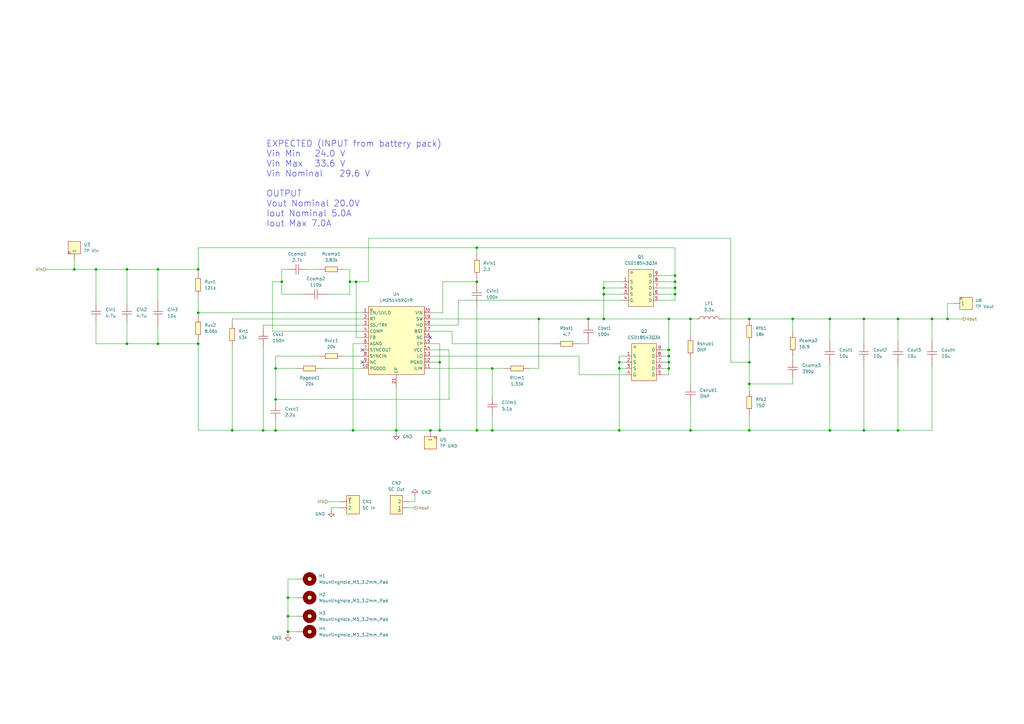
<source format=kicad_sch>
(kicad_sch (version 20250114) (generator "eeschema") (generator_version "9.0")
  (paper "A3")
  (lib_symbols
    (symbol "0603WAF2002T5E_1" (pin_numbers (hide yes)) (pin_names (hide yes))
      (property "Reference" "R" (at 0 5.08 0))
      (property "Value" "0603WAF2002T5E" (at 0 -5.08 0))
      (symbol "0603WAF2002T5E_1_0_1"
        (rectangle (start -2.54 1.02) (end 2.54 -1.02) (fill (type background)))
        (pin input line (at -5.08 0 0) (length 2.54) (name "1") (number "1"))
        (pin input line (at 5.08 0 180) (length 2.54) (name "2") (number "2"))
      )
    )
    (symbol "5011_1" (pin_numbers (hide yes))
      (property "Reference" "U" (at 0 5.08 0))
      (property "Value" "5011" (at 0 -5.08 0))
      (symbol "5011_1_0_1"
        (rectangle (start -2.54 2.54) (end 2.54 -2.54) (fill (type background)))
        (circle (center -2.03 2.03) (radius 0.38))
        (pin unspecified line (at -5.08 0 0) (length 2.54) (name "1") (number "1"))
      )
    )
    (symbol "5011_2" (pin_numbers (hide yes))
      (property "Reference" "U" (at 0 5.08 0))
      (property "Value" "5011" (at 0 -5.08 0))
      (symbol "5011_2_0_1"
        (rectangle (start -2.54 2.54) (end 2.54 -2.54) (fill (type background)))
        (circle (center -2.03 2.03) (radius 0.38))
        (pin unspecified line (at -5.08 0 0) (length 2.54) (name "1") (number "1"))
      )
    )
    (symbol "CC0603KRX7R9BB104_1" (pin_numbers (hide yes)) (pin_names (hide yes))
      (property "Reference" "C" (at 0 5.08 0))
      (property "Value" "CC0603KRX7R9BB104" (at 0 -5.08 0))
      (symbol "CC0603KRX7R9BB104_1_0_1"
        (polyline (pts (xy -0.51 0) (xy -2.54 0)))
        (polyline (pts (xy -0.51 -2.03) (xy -0.51 2.03)))
        (polyline (pts (xy 0.51 2.03) (xy 0.51 -2.03)))
        (polyline (pts (xy 2.54 0) (xy 0.51 0)))
        (pin unspecified line (at -5.08 0 0) (length 2.54) (name "1") (number "1"))
        (pin unspecified line (at 5.08 0 180) (length 2.54) (name "2") (number "2"))
      )
    )
    (symbol "DB128V-5.08-2P-GN-S_1" (pin_numbers (hide yes))
      (property "Reference" "CN" (at 0 6.35 0))
      (property "Value" "DB128V-5.08-2P-GN-S" (at 0 -6.35 0))
      (symbol "DB128V-5.08-2P-GN-S_1_0_1"
        (rectangle (start -2.54 3.81) (end 2.54 -3.81) (fill (type background)))
        (circle (center -1.27 2.54) (radius 0.38))
        (pin unspecified line (at -5.08 1.27 0) (length 2.54) (name "1") (number "1"))
        (pin unspecified line (at -5.08 -1.27 0) (length 2.54) (name "2") (number "2"))
      )
    )
    (symbol "GRM21BR61H106KE43L_1" (pin_numbers (hide yes)) (pin_names (hide yes))
      (property "Reference" "C" (at 0 5.08 0))
      (property "Value" "GRM21BR61H106KE43L" (at 0 -5.08 0))
      (symbol "GRM21BR61H106KE43L_1_0_1"
        (polyline (pts (xy -0.51 0) (xy -2.54 0)))
        (polyline (pts (xy -0.51 -2.03) (xy -0.51 2.03)))
        (polyline (pts (xy 0.51 2.03) (xy 0.51 -2.03)))
        (polyline (pts (xy 2.54 0) (xy 0.51 0)))
        (pin unspecified line (at -5.08 0 0) (length 2.54) (name "1") (number "1"))
        (pin unspecified line (at 5.08 0 180) (length 2.54) (name "2") (number "2"))
      )
    )
    (symbol "MountingHole_M3_3.2mm_Pad_1" (pin_numbers (hide yes))
      (property "Reference" "H" (at 0 7.62 0))
      (property "Value" "MountingHole_M3_3.2mm_Pad" (at 0 5.08 0))
      (symbol "MountingHole_M3_3.2mm_Pad_1_0_1"
        (circle (center 0 0) (radius 1.27) (fill (type background)))
        (circle (center 0 0) (radius 1.7961) (stroke (width 2)))
      )
      (symbol "MountingHole_M3_3.2mm_Pad_1_1_1"
        (pin passive line (at 0 -5.08 90) (length 2.54) (name "") (number "1"))
      )
    )
    (symbol "MountingHole_M3_3.2mm_Pad_2" (pin_numbers (hide yes))
      (property "Reference" "H" (at 0 7.62 0))
      (property "Value" "MountingHole_M3_3.2mm_Pad" (at 0 5.08 0))
      (symbol "MountingHole_M3_3.2mm_Pad_2_0_1"
        (circle (center 0 0) (radius 1.27) (fill (type background)))
        (circle (center 0 0) (radius 1.7961) (stroke (width 2)))
      )
      (symbol "MountingHole_M3_3.2mm_Pad_2_1_1"
        (pin passive line (at 0 -5.08 90) (length 2.54) (name "") (number "1"))
      )
    )
    (symbol "MountingHole_M3_3.2mm_Pad_3" (pin_numbers (hide yes))
      (property "Reference" "H" (at 0 7.62 0))
      (property "Value" "MountingHole_M3_3.2mm_Pad" (at 0 5.08 0))
      (symbol "MountingHole_M3_3.2mm_Pad_3_0_1"
        (circle (center 0 0) (radius 1.27) (fill (type background)))
        (circle (center 0 0) (radius 1.7961) (stroke (width 2)))
      )
      (symbol "MountingHole_M3_3.2mm_Pad_3_1_1"
        (pin passive line (at 0 -5.08 90) (length 2.54) (name "") (number "1"))
      )
    )
    (symbol "PCM_SL_Mechanical:MountingHole_M3_3.2mm_Pad" (pin_numbers (hide yes))
      (property "Reference" "H" (at 0 7.62 0))
      (property "Value" "MountingHole_M3_3.2mm_Pad" (at 0 5.08 0))
      (symbol "MountingHole_M3_3.2mm_Pad_0_1"
        (circle (center 0 0) (radius 1.27) (fill (type background)))
        (circle (center 0 0) (radius 1.7961) (stroke (width 2)))
      )
      (symbol "MountingHole_M3_3.2mm_Pad_1_1"
        (pin passive line (at 0 -5.08 90) (length 2.54) (name "") (number "1"))
      )
    )
    (symbol "easyeda2kicad:0402CG5R1C500NT" (pin_numbers (hide yes)) (pin_names (hide yes))
      (property "Reference" "C" (at 0 5.08 0))
      (property "Value" "0402CG5R1C500NT" (at 0 -5.08 0))
      (symbol "0402CG5R1C500NT_0_1"
        (polyline (pts (xy -1.27 0) (xy -0.51 0)))
        (polyline (pts (xy -0.51 2.03) (xy -0.51 -2.03)))
        (polyline (pts (xy 0.51 2.03) (xy 0.51 -2.03)))
        (polyline (pts (xy 0.51 0) (xy 1.27 0)))
        (pin input line (at -3.81 0 0) (length 2.54) (name "1") (number "1"))
        (pin input line (at 3.81 0 180) (length 2.54) (name "2") (number "2"))
      )
    )
    (symbol "easyeda2kicad:0402WGF1213TCE" (pin_numbers (hide yes)) (pin_names (hide yes))
      (property "Reference" "R" (at 0 5.08 0))
      (property "Value" "0402WGF1213TCE" (at 0 -5.08 0))
      (symbol "0402WGF1213TCE_0_1"
        (rectangle (start -2.54 1.02) (end 2.54 -1.02) (fill (type background)))
        (pin input line (at -5.08 0 0) (length 2.54) (name "1") (number "1"))
        (pin input line (at 5.08 0 180) (length 2.54) (name "2") (number "2"))
      )
    )
    (symbol "easyeda2kicad:0402WGF169JTCE" (pin_numbers (hide yes)) (pin_names (hide yes))
      (property "Reference" "R" (at 0 5.08 0))
      (property "Value" "0402WGF169JTCE" (at 0 -5.08 0))
      (symbol "0402WGF169JTCE_0_1"
        (rectangle (start -2.54 1.02) (end 2.54 -1.02) (fill (type background)))
        (pin input line (at -5.08 0 0) (length 2.54) (name "1") (number "1"))
        (pin input line (at 5.08 0 180) (length 2.54) (name "2") (number "2"))
      )
    )
    (symbol "easyeda2kicad:0402WGF3831TCE" (pin_numbers (hide yes)) (pin_names (hide yes))
      (property "Reference" "R" (at 0 5.08 0))
      (property "Value" "0402WGF3831TCE" (at 0 -5.08 0))
      (symbol "0402WGF3831TCE_0_1"
        (rectangle (start -2.54 1.02) (end 2.54 -1.02) (fill (type background)))
        (pin input line (at -5.08 0 0) (length 2.54) (name "1") (number "1"))
        (pin input line (at 5.08 0 180) (length 2.54) (name "2") (number "2"))
      )
    )
    (symbol "easyeda2kicad:0603B154K500NT" (pin_numbers (hide yes)) (pin_names (hide yes))
      (property "Reference" "C" (at 0 5.08 0))
      (property "Value" "0603B154K500NT" (at 0 -5.08 0))
      (symbol "0603B154K500NT_0_1"
        (polyline (pts (xy -1.27 0) (xy -0.51 0)))
        (polyline (pts (xy -0.51 2.03) (xy -0.51 -2.03)))
        (polyline (pts (xy 0.51 2.03) (xy 0.51 -2.03)))
        (polyline (pts (xy 0.51 0) (xy 1.27 0)))
        (pin input line (at -3.81 0 0) (length 2.54) (name "1") (number "1"))
        (pin input line (at 3.81 0 180) (length 2.54) (name "2") (number "2"))
      )
    )
    (symbol "easyeda2kicad:0603B272K500NT" (pin_numbers (hide yes)) (pin_names (hide yes))
      (property "Reference" "C" (at 0 5.08 0))
      (property "Value" "0603B272K500NT" (at 0 -5.08 0))
      (symbol "0603B272K500NT_0_1"
        (polyline (pts (xy -1.27 0) (xy -0.51 0)))
        (polyline (pts (xy -0.51 2.03) (xy -0.51 -2.03)))
        (polyline (pts (xy 0.51 2.03) (xy 0.51 -2.03)))
        (polyline (pts (xy 0.51 0) (xy 1.27 0)))
        (pin input line (at -3.81 0 0) (length 2.54) (name "1") (number "1"))
        (pin input line (at 3.81 0 180) (length 2.54) (name "2") (number "2"))
      )
    )
    (symbol "easyeda2kicad:0603B391K500NT" (pin_numbers (hide yes)) (pin_names (hide yes))
      (property "Reference" "C" (at 0 5.08 0))
      (property "Value" "0603B391K500NT" (at 0 -5.08 0))
      (symbol "0603B391K500NT_0_1"
        (polyline (pts (xy -1.27 0) (xy -0.51 0)))
        (polyline (pts (xy -0.51 2.03) (xy -0.51 -2.03)))
        (polyline (pts (xy 0.51 2.03) (xy 0.51 -2.03)))
        (polyline (pts (xy 0.51 0) (xy 1.27 0)))
        (pin input line (at -3.81 0 0) (length 2.54) (name "1") (number "1"))
        (pin input line (at 3.81 0 180) (length 2.54) (name "2") (number "2"))
      )
    )
    (symbol "easyeda2kicad:0603WAF1302T5E" (pin_numbers (hide yes)) (pin_names (hide yes))
      (property "Reference" "R" (at 0 5.08 0))
      (property "Value" "0603WAF1302T5E" (at 0 -5.08 0))
      (symbol "0603WAF1302T5E_0_1"
        (rectangle (start -2.54 1.02) (end 2.54 -1.02) (fill (type background)))
        (pin input line (at -5.08 0 0) (length 2.54) (name "1") (number "1"))
        (pin input line (at 5.08 0 180) (length 2.54) (name "2") (number "2"))
      )
    )
    (symbol "easyeda2kicad:0603WAF1802T5E" (pin_numbers (hide yes)) (pin_names (hide yes))
      (property "Reference" "R" (at 0 5.08 0))
      (property "Value" "0603WAF1802T5E" (at 0 -5.08 0))
      (symbol "0603WAF1802T5E_0_1"
        (rectangle (start -2.54 1.02) (end 2.54 -1.02) (fill (type background)))
        (pin input line (at -5.08 0 0) (length 2.54) (name "1") (number "1"))
        (pin input line (at 5.08 0 180) (length 2.54) (name "2") (number "2"))
      )
    )
    (symbol "easyeda2kicad:0603WAF2002T5E" (pin_numbers (hide yes)) (pin_names (hide yes))
      (property "Reference" "R" (at 0 5.08 0))
      (property "Value" "0603WAF2002T5E" (at 0 -5.08 0))
      (symbol "0603WAF2002T5E_0_1"
        (rectangle (start -2.54 1.02) (end 2.54 -1.02) (fill (type background)))
        (pin input line (at -5.08 0 0) (length 2.54) (name "1") (number "1"))
        (pin input line (at 5.08 0 180) (length 2.54) (name "2") (number "2"))
      )
    )
    (symbol "easyeda2kicad:0603WAF8061T5E" (pin_numbers (hide yes)) (pin_names (hide yes))
      (property "Reference" "R" (at 0 5.08 0))
      (property "Value" "0603WAF8061T5E" (at 0 -5.08 0))
      (symbol "0603WAF8061T5E_0_1"
        (rectangle (start -2.54 1.02) (end 2.54 -1.02) (fill (type background)))
        (pin input line (at -5.08 0 0) (length 2.54) (name "1") (number "1"))
        (pin input line (at 5.08 0 180) (length 2.54) (name "2") (number "2"))
      )
    )
    (symbol "easyeda2kicad:0805W8F470KT5E" (pin_numbers (hide yes)) (pin_names (hide yes))
      (property "Reference" "R" (at 0 5.08 0))
      (property "Value" "0805W8F470KT5E" (at 0 -5.08 0))
      (symbol "0805W8F470KT5E_0_1"
        (rectangle (start -2.54 1.02) (end 2.54 -1.02) (fill (type background)))
        (pin input line (at -5.08 0 0) (length 2.54) (name "1") (number "1"))
        (pin input line (at 5.08 0 180) (length 2.54) (name "2") (number "2"))
      )
    )
    (symbol "easyeda2kicad:1206B475K500NT" (pin_numbers (hide yes)) (pin_names (hide yes))
      (property "Reference" "C" (at 0 5.08 0))
      (property "Value" "1206B475K500NT" (at 0 -5.08 0))
      (symbol "1206B475K500NT_0_1"
        (polyline (pts (xy -1.27 0) (xy -0.51 0)))
        (polyline (pts (xy -0.51 2.03) (xy -0.51 -2.03)))
        (polyline (pts (xy 0.51 2.03) (xy 0.51 -2.03)))
        (polyline (pts (xy 0.51 0) (xy 1.27 0)))
        (pin input line (at -3.81 0 0) (length 2.54) (name "1") (number "1"))
        (pin input line (at 3.81 0 180) (length 2.54) (name "2") (number "2"))
      )
    )
    (symbol "easyeda2kicad:5011" (pin_numbers (hide yes))
      (property "Reference" "U" (at 0 5.08 0))
      (property "Value" "5011" (at 0 -5.08 0))
      (symbol "5011_0_1"
        (rectangle (start -2.54 2.54) (end 2.54 -2.54) (fill (type background)))
        (circle (center -2.03 2.03) (radius 0.38))
        (pin unspecified line (at -5.08 0 0) (length 2.54) (name "1") (number "1"))
      )
    )
    (symbol "easyeda2kicad:CC0603KRX7R9BB104" (pin_numbers (hide yes)) (pin_names (hide yes))
      (property "Reference" "C" (at 0 5.08 0))
      (property "Value" "CC0603KRX7R9BB104" (at 0 -5.08 0))
      (symbol "CC0603KRX7R9BB104_0_1"
        (polyline (pts (xy -0.51 0) (xy -2.54 0)))
        (polyline (pts (xy -0.51 -2.03) (xy -0.51 2.03)))
        (polyline (pts (xy 0.51 2.03) (xy 0.51 -2.03)))
        (polyline (pts (xy 2.54 0) (xy 0.51 0)))
        (pin unspecified line (at -5.08 0 0) (length 2.54) (name "1") (number "1"))
        (pin unspecified line (at 5.08 0 180) (length 2.54) (name "2") (number "2"))
      )
    )
    (symbol "easyeda2kicad:CL31B225KBHNNNE" (pin_numbers (hide yes)) (pin_names (hide yes))
      (property "Reference" "C" (at 0 5.08 0))
      (property "Value" "CL31B225KBHNNNE" (at 0 -5.08 0))
      (symbol "CL31B225KBHNNNE_0_1"
        (polyline (pts (xy -1.27 0) (xy -0.51 0)))
        (polyline (pts (xy -0.51 2.03) (xy -0.51 -2.03)))
        (polyline (pts (xy 0.51 2.03) (xy 0.51 -2.03)))
        (polyline (pts (xy 0.51 0) (xy 1.27 0)))
        (pin input line (at -3.81 0 0) (length 2.54) (name "1") (number "1"))
        (pin input line (at 3.81 0 180) (length 2.54) (name "2") (number "2"))
      )
    )
    (symbol "easyeda2kicad:CSD18543Q3A"
      (property "Reference" "Q" (at 0 11.43 0))
      (property "Value" "CSD18543Q3A" (at 0 -8.89 0))
      (symbol "CSD18543Q3A_0_1"
        (rectangle (start -5.08 8.89) (end 5.08 -6.35) (fill (type background)))
        (circle (center -3.81 7.62) (radius 0.38))
        (pin unspecified line (at -7.62 3.81 0) (length 2.54) (name "S") (number "1"))
        (pin unspecified line (at -7.62 1.27 0) (length 2.54) (name "S") (number "2"))
        (pin unspecified line (at -7.62 -1.27 0) (length 2.54) (name "S") (number "3"))
        (pin unspecified line (at -7.62 -3.81 0) (length 2.54) (name "G") (number "4"))
        (pin unspecified line (at 7.62 6.35 180) (length 2.54) (name "D") (number "9"))
        (pin unspecified line (at 7.62 3.81 180) (length 2.54) (name "D") (number "8"))
        (pin unspecified line (at 7.62 1.27 180) (length 2.54) (name "D") (number "7"))
        (pin unspecified line (at 7.62 -1.27 180) (length 2.54) (name "D") (number "6"))
        (pin unspecified line (at 7.62 -3.81 180) (length 2.54) (name "D") (number "5"))
      )
    )
    (symbol "easyeda2kicad:CYA1250-3.3UH" (pin_numbers (hide yes)) (pin_names (hide yes))
      (property "Reference" "U" (at 0 5.08 0))
      (property "Value" "CYA1250-3.3UH" (at 0 -5.08 0))
      (symbol "CYA1250-3.3UH_0_1"
        (arc (start -4.06 -0.01) (mid -2.83 0.99) (end -2.03 0.01))
        (arc (start -2.03 -0.01) (mid -0.8 0.99) (end 0 0.01))
        (arc (start 0 -0.01) (mid 1.23 0.99) (end 2.03 0.01))
        (arc (start 2.03 -0.01) (mid 3.26 0.99) (end 4.06 0.01))
        (pin unspecified line (at -5.08 0 0) (length 1.016) (name "1") (number "1"))
        (pin unspecified line (at 5.08 0 180) (length 1.016) (name "2") (number "2"))
      )
    )
    (symbol "easyeda2kicad:DB128V-5.08-2P-GN-S" (pin_numbers (hide yes))
      (property "Reference" "CN" (at 0 6.35 0))
      (property "Value" "DB128V-5.08-2P-GN-S" (at 0 -6.35 0))
      (symbol "DB128V-5.08-2P-GN-S_0_1"
        (rectangle (start -2.54 3.81) (end 2.54 -3.81) (fill (type background)))
        (circle (center -1.27 2.54) (radius 0.38))
        (pin unspecified line (at -5.08 1.27 0) (length 2.54) (name "1") (number "1"))
        (pin unspecified line (at -5.08 -1.27 0) (length 2.54) (name "2") (number "2"))
      )
    )
    (symbol "easyeda2kicad:GRM1555C1H111JA01D" (pin_numbers (hide yes)) (pin_names (hide yes))
      (property "Reference" "C" (at 0 81.28 0))
      (property "Value" "GRM1555C1H111JA01D" (at 0 71.12 0))
      (symbol "GRM1555C1H111JA01D_0_1"
        (polyline (pts (xy -102.11 76.2) (xy -104.14 76.2)))
        (polyline (pts (xy -102.11 74.17) (xy -102.11 78.23)))
        (polyline (pts (xy -101.09 78.23) (xy -101.09 74.17)))
        (polyline (pts (xy -99.06 76.2) (xy -101.09 76.2)))
        (pin unspecified line (at -106.68 76.2 0) (length 2.54) (name "1") (number "1"))
        (pin unspecified line (at -96.52 76.2 180) (length 2.54) (name "2") (number "2"))
      )
    )
    (symbol "easyeda2kicad:GRM21BR61H106KE43L" (pin_numbers (hide yes)) (pin_names (hide yes))
      (property "Reference" "C" (at 0 5.08 0))
      (property "Value" "GRM21BR61H106KE43L" (at 0 -5.08 0))
      (symbol "GRM21BR61H106KE43L_0_1"
        (polyline (pts (xy -0.51 0) (xy -2.54 0)))
        (polyline (pts (xy -0.51 -2.03) (xy -0.51 2.03)))
        (polyline (pts (xy 0.51 2.03) (xy 0.51 -2.03)))
        (polyline (pts (xy 2.54 0) (xy 0.51 0)))
        (pin unspecified line (at -5.08 0 0) (length 2.54) (name "1") (number "1"))
        (pin unspecified line (at 5.08 0 180) (length 2.54) (name "2") (number "2"))
      )
    )
    (symbol "easyeda2kicad:LM25145RGYR"
      (property "Reference" "U" (at 0 16.51 0))
      (property "Value" "LM25145RGYR" (at 0 -24.13 0))
      (symbol "LM25145RGYR_0_1"
        (rectangle (start -11.43 13.97) (end 11.43 -13.97) (fill (type background)))
        (circle (center -10.16 12.7) (radius 0.38))
        (pin unspecified line (at -13.97 11.43 0) (length 2.54) (name "EN/UVLO") (number "1"))
        (pin unspecified line (at -13.97 8.89 0) (length 2.54) (name "RT") (number "2"))
        (pin unspecified line (at -13.97 6.35 0) (length 2.54) (name "SS/TRK") (number "3"))
        (pin unspecified line (at -13.97 3.81 0) (length 2.54) (name "COMP") (number "4"))
        (pin unspecified line (at -13.97 1.27 0) (length 2.54) (name "FB") (number "5"))
        (pin unspecified line (at -13.97 -1.27 0) (length 2.54) (name "AGND") (number "6"))
        (pin unspecified line (at -13.97 -3.81 0) (length 2.54) (name "SYNCOUT") (number "7"))
        (pin unspecified line (at -13.97 -6.35 0) (length 2.54) (name "SYNCIN") (number "8"))
        (pin unspecified line (at -13.97 -8.89 0) (length 2.54) (name "NC") (number "9"))
        (pin unspecified line (at -13.97 -11.43 0) (length 2.54) (name "PGOOD") (number "10"))
        (pin unspecified line (at 0 -19.05 90) (length 5.08) (name "EP") (number "21"))
        (pin unspecified line (at 13.97 11.43 180) (length 2.54) (name "VIN") (number "20"))
        (pin unspecified line (at 13.97 8.89 180) (length 2.54) (name "SW") (number "19"))
        (pin unspecified line (at 13.97 6.35 180) (length 2.54) (name "HO") (number "18"))
        (pin unspecified line (at 13.97 3.81 180) (length 2.54) (name "BST") (number "17"))
        (pin unspecified line (at 13.97 1.27 180) (length 2.54) (name "NC") (number "16"))
        (pin unspecified line (at 13.97 -1.27 180) (length 2.54) (name "EP") (number "15"))
        (pin unspecified line (at 13.97 -3.81 180) (length 2.54) (name "VCC") (number "14"))
        (pin unspecified line (at 13.97 -6.35 180) (length 2.54) (name "LO") (number "13"))
        (pin unspecified line (at 13.97 -8.89 180) (length 2.54) (name "PGND") (number "12"))
        (pin unspecified line (at 13.97 -11.43 180) (length 2.54) (name "ILIM") (number "11"))
      )
    )
    (symbol "easyeda2kicad:RC0402JR-07750RL" (pin_numbers (hide yes)) (pin_names (hide yes))
      (property "Reference" "R" (at 0 5.08 0))
      (property "Value" "RC0402JR-07750RL" (at 0 -5.08 0))
      (symbol "RC0402JR-07750RL_0_1"
        (rectangle (start -2.54 1.02) (end 2.54 -1.02) (fill (type background)))
        (pin input line (at -5.08 0 0) (length 2.54) (name "1") (number "1"))
        (pin input line (at 5.08 0 180) (length 2.54) (name "2") (number "2"))
      )
    )
    (symbol "easyeda2kicad:RC0603FR-071K33L" (pin_numbers (hide yes)) (pin_names (hide yes))
      (property "Reference" "R" (at 0 5.08 0))
      (property "Value" "RC0603FR-071K33L" (at 0 -5.08 0))
      (symbol "RC0603FR-071K33L_0_1"
        (rectangle (start -2.54 1.02) (end 2.54 -1.02) (fill (type background)))
        (pin input line (at -5.08 0 0) (length 2.54) (name "1") (number "1"))
        (pin input line (at 5.08 0 180) (length 2.54) (name "2") (number "2"))
      )
    )
    (symbol "easyeda2kicad:RS-03L2R10FT" (pin_numbers (hide yes)) (pin_names (hide yes))
      (property "Reference" "R" (at 0 5.08 0))
      (property "Value" "RS-03L2R10FT" (at 0 -5.08 0))
      (symbol "RS-03L2R10FT_0_1"
        (rectangle (start -2.54 1.02) (end 2.54 -1.02) (fill (type background)))
        (pin unspecified line (at -5.08 0 0) (length 2.54) (name "1") (number "1"))
        (pin unspecified line (at 5.08 0 180) (length 2.54) (name "2") (number "2"))
      )
    )
    (symbol "power:GND" (power) (pin_numbers (hide yes)) (pin_names (offset 0) (hide yes))
      (property "Value" "GND" (at 0 -3.81 0))
      (symbol "GND_0_1"
        (polyline (pts (xy 0 0) (xy 0 -1.27) (xy 1.27 -1.27) (xy 0 -2.54) (xy -1.27 -1.27) (xy 0 -1.27)))
      )
      (symbol "GND_1_1"
        (pin power_in line (at 0 0 270) (length 0) (name "~") (number "1"))
      )
    )
  )
  (text "EXPECTED (INPUT from battery pack)\nVin Min	24.0 V\nVin Max	33.6 V\nVin Nominal	29.6 V\n\nOUTPUT\nVout Nominal 20.0V\nIout Nominal 5.0A\nIout Max 7.0A" (at 109.22 75.438 0) (effects (font (size 2.54 2.54)) (justify left)))
  (junction (at 107.95 176.53))
  (junction (at 241.3 130.81))
  (junction (at 118.11 259.08))
  (junction (at 220.98 130.81))
  (junction (at 146.05 115.57))
  (junction (at 283.21 130.81))
  (junction (at 325.12 130.81))
  (junction (at 176.53 176.53))
  (junction (at 180.34 176.53))
  (junction (at 195.58 176.53))
  (junction (at 368.3 176.53))
  (junction (at 276.86 113.03))
  (junction (at 81.28 140.97))
  (junction (at 195.58 115.57))
  (junction (at 113.03 163.83))
  (junction (at 283.21 176.53))
  (junction (at 340.36 130.81))
  (junction (at 247.65 118.11))
  (junction (at 388.62 130.81))
  (junction (at 382.27 130.81))
  (junction (at 254 151.13))
  (junction (at 307.34 176.53))
  (junction (at 144.78 176.53))
  (junction (at 274.32 143.51))
  (junction (at 113.03 176.53))
  (junction (at 201.93 176.53))
  (junction (at 276.86 120.65))
  (junction (at 143.51 115.57))
  (junction (at 113.03 151.13))
  (junction (at 115.57 115.57))
  (junction (at 368.3 130.81))
  (junction (at 81.28 128.27))
  (junction (at 247.65 130.81))
  (junction (at 307.34 148.59))
  (junction (at 354.33 130.81))
  (junction (at 118.11 252.73))
  (junction (at 254 148.59))
  (junction (at 254 176.53))
  (junction (at 195.58 101.6))
  (junction (at 95.25 176.53))
  (junction (at 64.77 140.97))
  (junction (at 274.32 146.05))
  (junction (at 274.32 130.81))
  (junction (at 52.07 110.49))
  (junction (at 201.93 151.13))
  (junction (at 274.32 148.59))
  (junction (at 276.86 118.11))
  (junction (at 247.65 120.65))
  (junction (at 118.11 245.11))
  (junction (at 180.34 148.59))
  (junction (at 307.34 157.48))
  (junction (at 81.28 110.49))
  (junction (at 307.34 130.81))
  (junction (at 354.33 176.53))
  (junction (at 64.77 110.49))
  (junction (at 39.37 110.49))
  (junction (at 52.07 140.97))
  (junction (at 276.86 115.57))
  (junction (at 274.32 151.13))
  (junction (at 162.56 176.53))
  (junction (at 30.48 110.49))
  (junction (at 340.36 176.53))
  (no_connect (at 148.59 148.59))
  (no_connect (at 176.53 138.43))
  (no_connect (at 148.59 143.51))
  (wire (pts (xy 274.32 143.51) (xy 274.32 146.05)))
  (wire (pts (xy 201.93 176.53) (xy 254 176.53)))
  (wire (pts (xy 118.11 245.11) (xy 118.11 252.73)))
  (wire (pts (xy 180.34 148.59) (xy 180.34 176.53)))
  (wire (pts (xy 325.12 130.81) (xy 325.12 135.89)))
  (wire (pts (xy 354.33 176.53) (xy 368.3 176.53)))
  (wire (pts (xy 39.37 110.49) (xy 52.07 110.49)))
  (wire (pts (xy 388.62 124.46) (xy 391.16 124.46)))
  (wire (pts (xy 354.33 130.81) (xy 368.3 130.81)))
  (wire (pts (xy 195.58 176.53) (xy 201.93 176.53)))
  (wire (pts (xy 151.13 97.79) (xy 151.13 115.57)))
  (wire (pts (xy 276.86 113.03) (xy 276.86 115.57)))
  (wire (pts (xy 144.78 140.97) (xy 144.78 176.53)))
  (wire (pts (xy 111.76 115.57) (xy 111.76 135.89)))
  (wire (pts (xy 254 146.05) (xy 254 148.59)))
  (wire (pts (xy 274.32 130.81) (xy 283.21 130.81)))
  (wire (pts (xy 113.03 163.83) (xy 184.15 163.83)))
  (wire (pts (xy 143.51 115.57) (xy 143.51 120.65)))
  (wire (pts (xy 325.12 130.81) (xy 340.36 130.81)))
  (wire (pts (xy 274.32 146.05) (xy 274.32 148.59)))
  (wire (pts (xy 162.56 176.53) (xy 162.56 177.8)))
  (wire (pts (xy 247.65 115.57) (xy 255.27 115.57)))
  (wire (pts (xy 276.86 120.65) (xy 276.86 123.19)))
  (wire (pts (xy 140.97 146.05) (xy 148.59 146.05)))
  (wire (pts (xy 247.65 115.57) (xy 247.65 118.11)))
  (wire (pts (xy 146.05 115.57) (xy 146.05 138.43)))
  (wire (pts (xy 113.03 151.13) (xy 121.92 151.13)))
  (wire (pts (xy 283.21 130.81) (xy 283.21 137.16)))
  (wire (pts (xy 52.07 132.08) (xy 52.07 140.97)))
  (wire (pts (xy 144.78 140.97) (xy 148.59 140.97)))
  (wire (pts (xy 299.72 97.79) (xy 299.72 148.59)))
  (wire (pts (xy 388.62 130.81) (xy 394.97 130.81)))
  (wire (pts (xy 176.53 146.05) (xy 237.49 146.05)))
  (wire (pts (xy 176.53 130.81) (xy 220.98 130.81)))
  (wire (pts (xy 176.53 151.13) (xy 201.93 151.13)))
  (wire (pts (xy 283.21 165.1) (xy 283.21 176.53)))
  (wire (pts (xy 307.34 176.53) (xy 340.36 176.53)))
  (wire (pts (xy 30.48 106.68) (xy 30.48 110.49)))
  (wire (pts (xy 52.07 110.49) (xy 52.07 124.46)))
  (wire (pts (xy 107.95 133.35) (xy 107.95 134.62)))
  (wire (pts (xy 113.03 146.05) (xy 113.03 151.13)))
  (wire (pts (xy 95.25 130.81) (xy 148.59 130.81)))
  (wire (pts (xy 295.91 130.81) (xy 307.34 130.81)))
  (wire (pts (xy 118.11 252.73) (xy 118.11 259.08)))
  (wire (pts (xy 185.42 135.89) (xy 185.42 140.97)))
  (wire (pts (xy 271.78 143.51) (xy 274.32 143.51)))
  (wire (pts (xy 368.3 176.53) (xy 382.27 176.53)))
  (wire (pts (xy 118.11 259.08) (xy 118.11 260.35)))
  (wire (pts (xy 270.51 113.03) (xy 276.86 113.03)))
  (wire (pts (xy 354.33 130.81) (xy 354.33 139.7)))
  (wire (pts (xy 187.96 123.19) (xy 187.96 133.35)))
  (wire (pts (xy 113.03 176.53) (xy 144.78 176.53)))
  (wire (pts (xy 64.77 133.35) (xy 64.77 140.97)))
  (wire (pts (xy 271.78 153.67) (xy 274.32 153.67)))
  (wire (pts (xy 274.32 148.59) (xy 274.32 151.13)))
  (wire (pts (xy 118.11 237.49) (xy 118.11 245.11)))
  (wire (pts (xy 325.12 154.94) (xy 325.12 157.48)))
  (wire (pts (xy 276.86 118.11) (xy 276.86 120.65)))
  (wire (pts (xy 125.73 110.49) (xy 130.81 110.49)))
  (wire (pts (xy 176.53 148.59) (xy 180.34 148.59)))
  (wire (pts (xy 162.56 158.75) (xy 162.56 176.53)))
  (wire (pts (xy 201.93 170.18) (xy 201.93 176.53)))
  (wire (pts (xy 201.93 151.13) (xy 201.93 162.56)))
  (wire (pts (xy 283.21 130.81) (xy 285.75 130.81)))
  (wire (pts (xy 52.07 140.97) (xy 64.77 140.97)))
  (wire (pts (xy 181.61 115.57) (xy 195.58 115.57)))
  (wire (pts (xy 220.98 151.13) (xy 217.17 151.13)))
  (wire (pts (xy 307.34 130.81) (xy 325.12 130.81)))
  (wire (pts (xy 111.76 115.57) (xy 115.57 115.57)))
  (wire (pts (xy 81.28 101.6) (xy 81.28 110.49)))
  (wire (pts (xy 151.13 97.79) (xy 299.72 97.79)))
  (wire (pts (xy 176.53 176.53) (xy 180.34 176.53)))
  (wire (pts (xy 143.51 115.57) (xy 146.05 115.57)))
  (wire (pts (xy 340.36 149.86) (xy 340.36 176.53)))
  (wire (pts (xy 276.86 115.57) (xy 276.86 118.11)))
  (wire (pts (xy 95.25 142.24) (xy 95.25 176.53)))
  (wire (pts (xy 274.32 130.81) (xy 274.32 143.51)))
  (wire (pts (xy 64.77 110.49) (xy 81.28 110.49)))
  (wire (pts (xy 201.93 151.13) (xy 207.01 151.13)))
  (wire (pts (xy 118.11 237.49) (xy 121.92 237.49)))
  (wire (pts (xy 299.72 148.59) (xy 307.34 148.59)))
  (wire (pts (xy 340.36 130.81) (xy 354.33 130.81)))
  (wire (pts (xy 368.3 130.81) (xy 368.3 139.7)))
  (wire (pts (xy 81.28 121.92) (xy 81.28 128.27)))
  (wire (pts (xy 19.05 110.49) (xy 30.48 110.49)))
  (wire (pts (xy 307.34 170.18) (xy 307.34 176.53)))
  (wire (pts (xy 95.25 130.81) (xy 95.25 132.08)))
  (wire (pts (xy 115.57 110.49) (xy 118.11 110.49)))
  (wire (pts (xy 247.65 120.65) (xy 255.27 120.65)))
  (wire (pts (xy 254 151.13) (xy 254 176.53)))
  (wire (pts (xy 382.27 130.81) (xy 382.27 139.7)))
  (wire (pts (xy 176.53 128.27) (xy 181.61 128.27)))
  (wire (pts (xy 167.64 208.28) (xy 170.18 208.28)))
  (wire (pts (xy 111.76 135.89) (xy 148.59 135.89)))
  (wire (pts (xy 39.37 140.97) (xy 52.07 140.97)))
  (wire (pts (xy 132.08 151.13) (xy 148.59 151.13)))
  (wire (pts (xy 220.98 130.81) (xy 241.3 130.81)))
  (wire (pts (xy 237.49 153.67) (xy 256.54 153.67)))
  (wire (pts (xy 95.25 176.53) (xy 107.95 176.53)))
  (wire (pts (xy 247.65 120.65) (xy 247.65 130.81)))
  (wire (pts (xy 325.12 146.05) (xy 325.12 147.32)))
  (wire (pts (xy 107.95 176.53) (xy 113.03 176.53)))
  (wire (pts (xy 113.03 146.05) (xy 130.81 146.05)))
  (wire (pts (xy 247.65 118.11) (xy 255.27 118.11)))
  (wire (pts (xy 307.34 157.48) (xy 307.34 160.02)))
  (wire (pts (xy 274.32 151.13) (xy 274.32 153.67)))
  (wire (pts (xy 181.61 115.57) (xy 181.61 128.27)))
  (wire (pts (xy 254 148.59) (xy 256.54 148.59)))
  (wire (pts (xy 271.78 148.59) (xy 274.32 148.59)))
  (wire (pts (xy 195.58 115.57) (xy 195.58 114.3)))
  (wire (pts (xy 220.98 130.81) (xy 220.98 151.13)))
  (wire (pts (xy 81.28 128.27) (xy 148.59 128.27)))
  (wire (pts (xy 237.49 146.05) (xy 237.49 153.67)))
  (wire (pts (xy 134.62 120.65) (xy 143.51 120.65)))
  (wire (pts (xy 185.42 140.97) (xy 227.33 140.97)))
  (wire (pts (xy 195.58 101.6) (xy 195.58 104.14)))
  (wire (pts (xy 270.51 120.65) (xy 276.86 120.65)))
  (wire (pts (xy 167.64 205.74) (xy 170.18 205.74)))
  (wire (pts (xy 180.34 176.53) (xy 195.58 176.53)))
  (wire (pts (xy 270.51 115.57) (xy 276.86 115.57)))
  (wire (pts (xy 146.05 115.57) (xy 151.13 115.57)))
  (wire (pts (xy 81.28 128.27) (xy 81.28 129.54)))
  (wire (pts (xy 170.18 203.2) (xy 170.18 205.74)))
  (wire (pts (xy 140.97 110.49) (xy 143.51 110.49)))
  (wire (pts (xy 81.28 110.49) (xy 81.28 111.76)))
  (wire (pts (xy 354.33 149.86) (xy 354.33 176.53)))
  (wire (pts (xy 162.56 176.53) (xy 176.53 176.53)))
  (wire (pts (xy 368.3 149.86) (xy 368.3 176.53)))
  (wire (pts (xy 107.95 133.35) (xy 148.59 133.35)))
  (wire (pts (xy 254 151.13) (xy 256.54 151.13)))
  (wire (pts (xy 134.62 205.74) (xy 139.7 205.74)))
  (wire (pts (xy 115.57 115.57) (xy 115.57 120.65)))
  (wire (pts (xy 195.58 125.73) (xy 195.58 176.53)))
  (wire (pts (xy 382.27 149.86) (xy 382.27 176.53)))
  (wire (pts (xy 113.03 172.72) (xy 113.03 176.53)))
  (wire (pts (xy 180.34 140.97) (xy 180.34 148.59)))
  (wire (pts (xy 135.89 208.28) (xy 135.89 209.55)))
  (wire (pts (xy 247.65 118.11) (xy 247.65 120.65)))
  (wire (pts (xy 283.21 147.32) (xy 283.21 157.48)))
  (wire (pts (xy 270.51 118.11) (xy 276.86 118.11)))
  (wire (pts (xy 247.65 130.81) (xy 274.32 130.81)))
  (wire (pts (xy 39.37 132.08) (xy 39.37 140.97)))
  (wire (pts (xy 118.11 245.11) (xy 121.92 245.11)))
  (wire (pts (xy 184.15 143.51) (xy 184.15 163.83)))
  (wire (pts (xy 307.34 148.59) (xy 307.34 157.48)))
  (wire (pts (xy 81.28 176.53) (xy 95.25 176.53)))
  (wire (pts (xy 176.53 135.89) (xy 185.42 135.89)))
  (wire (pts (xy 187.96 123.19) (xy 255.27 123.19)))
  (wire (pts (xy 276.86 101.6) (xy 276.86 113.03)))
  (wire (pts (xy 143.51 110.49) (xy 143.51 115.57)))
  (wire (pts (xy 64.77 110.49) (xy 64.77 123.19)))
  (wire (pts (xy 368.3 130.81) (xy 382.27 130.81)))
  (wire (pts (xy 81.28 139.7) (xy 81.28 140.97)))
  (wire (pts (xy 81.28 101.6) (xy 195.58 101.6)))
  (wire (pts (xy 115.57 120.65) (xy 124.46 120.65)))
  (wire (pts (xy 388.62 124.46) (xy 388.62 130.81)))
  (wire (pts (xy 135.89 208.28) (xy 139.7 208.28)))
  (wire (pts (xy 283.21 176.53) (xy 307.34 176.53)))
  (wire (pts (xy 237.49 140.97) (xy 241.3 140.97)))
  (wire (pts (xy 113.03 151.13) (xy 113.03 163.83)))
  (wire (pts (xy 254 146.05) (xy 256.54 146.05)))
  (wire (pts (xy 382.27 130.81) (xy 388.62 130.81)))
  (wire (pts (xy 30.48 110.49) (xy 39.37 110.49)))
  (wire (pts (xy 52.07 110.49) (xy 64.77 110.49)))
  (wire (pts (xy 241.3 130.81) (xy 247.65 130.81)))
  (wire (pts (xy 39.37 110.49) (xy 39.37 124.46)))
  (wire (pts (xy 81.28 140.97) (xy 81.28 176.53)))
  (wire (pts (xy 176.53 140.97) (xy 180.34 140.97)))
  (wire (pts (xy 254 176.53) (xy 283.21 176.53)))
  (wire (pts (xy 113.03 165.1) (xy 113.03 163.83)))
  (wire (pts (xy 115.57 110.49) (xy 115.57 115.57)))
  (wire (pts (xy 176.53 133.35) (xy 187.96 133.35)))
  (wire (pts (xy 254 148.59) (xy 254 151.13)))
  (wire (pts (xy 146.05 138.43) (xy 148.59 138.43)))
  (wire (pts (xy 307.34 157.48) (xy 325.12 157.48)))
  (wire (pts (xy 195.58 101.6) (xy 276.86 101.6)))
  (wire (pts (xy 271.78 151.13) (xy 274.32 151.13)))
  (wire (pts (xy 176.53 143.51) (xy 184.15 143.51)))
  (wire (pts (xy 118.11 252.73) (xy 121.92 252.73)))
  (wire (pts (xy 118.11 259.08) (xy 121.92 259.08)))
  (wire (pts (xy 144.78 176.53) (xy 162.56 176.53)))
  (wire (pts (xy 64.77 140.97) (xy 81.28 140.97)))
  (wire (pts (xy 270.51 123.19) (xy 276.86 123.19)))
  (wire (pts (xy 271.78 146.05) (xy 274.32 146.05)))
  (wire (pts (xy 340.36 130.81) (xy 340.36 139.7)))
  (wire (pts (xy 340.36 176.53) (xy 354.33 176.53)))
  (wire (pts (xy 307.34 140.97) (xy 307.34 148.59)))
  (wire (pts (xy 107.95 142.24) (xy 107.95 176.53)))
  (hierarchical_label "Vout" (shape output) (at 170.18 208.28 0))
  (hierarchical_label "Vin" (shape input) (at 19.05 110.49 180))
  (hierarchical_label "Vout" (shape output) (at 394.97 130.81 0))
  (hierarchical_label "Vin" (shape input) (at 134.62 205.74 180))
  (symbol (lib_name "GRM21BR61H106KE43L_1") (lib_id "easyeda2kicad:GRM21BR61H106KE43L") (at 368.3 144.78 270) (unit 1)
    (property "Reference" "Cout3" (at 372.11 143.5099 90) (effects (justify left)))
    (property "Value" "10u" (at 372.11 146.0499 90) (effects (justify left)))
    (property "Footprint" "easyeda2kicad:C0805" (effects (hide yes)))
    (property "Datasheet" "https://lcsc.com/product-detail/Multilayer-Ceramic-Capacitors-MLCC-SMD-SMT_Murata-Electronics-GRM21BR61H106KE43L_C440198.html" (effects (hide yes)))
    (property "LCSC Part" "C440198" (effects (hide yes)))
  )
  (symbol (lib_id "easyeda2kicad:LM25145RGYR") (at 162.56 139.7 0) (unit 1)
    (property "Reference" "U4" (at 162.56 120.65 0))
    (property "Value" "LM25145RGYR" (at 162.56 123.19 0))
    (property "Footprint" "easyeda2kicad:VQFN-20_L4.5-W3.5-P0.50-BL-EP" (effects (hide yes)))
    (property "LCSC Part" "C2876740" (effects (hide yes)))
  )
  (symbol (lib_id "power:GND") (at 118.11 260.35 0) (unit 1)
    (property "Reference" "#PWR033" (effects (hide yes)))
    (property "Value" "GND" (at 115.57 261.6199 0) (effects (justify right)))
    (property "Description" "Power symbol creates a global label with name \"GND\" , ground" (effects (hide yes)))
  )
  (symbol (lib_id "easyeda2kicad:CSD18543Q3A") (at 264.16 149.86 0) (unit 1)
    (property "Reference" "Q2" (at 264.16 135.89 0))
    (property "Value" "CSD18543Q3A" (at 264.16 138.43 0))
    (property "Footprint" "easyeda2kicad:VSONP-8_L3.1-W3.1-P0.65-LS3.5-BL" (effects (hide yes)))
    (property "LCSC Part" "C840100" (effects (hide yes)))
  )
  (symbol (lib_id "easyeda2kicad:DB128V-5.08-2P-GN-S") (at 162.56 207.01 180) (unit 1)
    (property "Reference" "CN2" (at 162.56 198.12 0))
    (property "Value" "SC Out" (at 162.56 200.66 0))
    (property "Footprint" "easyeda2kicad:CONN-TH_2P-P5.08_DIBO_DB128V-5.08" (effects (hide yes)))
    (property "LCSC Part" "C2915639" (effects (hide yes)))
  )
  (symbol (lib_id "easyeda2kicad:1206B475K500NT") (at 52.07 128.27 270) (unit 1)
    (property "Reference" "Cin2" (at 55.88 126.9999 90) (effects (justify left)))
    (property "Value" "4.7u" (at 55.88 129.5399 90) (effects (justify left)))
    (property "Footprint" "easyeda2kicad:C1206" (effects (hide yes)))
    (property "Datasheet" "https://lcsc.com/product-detail/Multilayer-Ceramic-Capacitors-MLCC-SMD-SMT_4-7uF-475-10-50V_C29823.html" (effects (hide yes)))
    (property "LCSC Part" "C29823" (effects (hide yes)))
  )
  (symbol (lib_name "CC0603KRX7R9BB104_1") (lib_id "easyeda2kicad:CC0603KRX7R9BB104") (at 195.58 120.65 270) (unit 1)
    (property "Reference" "Cvin1" (at 199.39 119.3799 90) (effects (justify left)))
    (property "Value" "100n" (at 199.39 121.9199 90) (effects (justify left)))
    (property "Footprint" "easyeda2kicad:C0603" (effects (hide yes)))
    (property "Datasheet" "https://lcsc.com/product-detail/Multilayer-Ceramic-Capacitors-MLCC-SMD-SMT_100nF-104-10-50V_C14663.html" (effects (hide yes)))
    (property "LCSC Part" "C14663" (effects (hide yes)))
  )
  (symbol (lib_name "5011_1") (lib_id "easyeda2kicad:5011") (at 176.53 181.61 270) (unit 1)
    (property "Reference" "U5" (at 180.34 180.3399 90) (effects (justify left)))
    (property "Value" "TP GND" (at 180.34 182.8799 90) (effects (justify left)))
    (property "Footprint" "easyeda2kicad:TEST-TH_BD3.17-P1.87" (effects (hide yes)))
    (property "Datasheet" "https://lcsc.com/product-detail/Test-Points-Test-Rings_Keystone_5011_Keystone-5011_C238127.html" (effects (hide yes)))
    (property "LCSC Part" "C238127" (effects (hide yes)))
  )
  (symbol (lib_id "easyeda2kicad:GRM1555C1H111JA01D") (at 231.14 196.85 0) (unit 1)
    (property "Reference" "Ccomp2" (at 129.54 114.3 0))
    (property "Value" "110p" (at 129.54 116.84 0))
    (property "Footprint" "easyeda2kicad:C0402" (effects (hide yes)))
    (property "LCSC Part" "C185562" (effects (hide yes)))
  )
  (symbol (lib_id "easyeda2kicad:0402CG5R1C500NT") (at 201.93 166.37 270) (unit 1)
    (property "Reference" "Cilim1" (at 205.74 165.0999 90) (effects (justify left)))
    (property "Value" "5.1p" (at 205.74 167.6399 90) (effects (justify left)))
    (property "Footprint" "easyeda2kicad:C0402" (effects (hide yes)))
    (property "Datasheet" "https://lcsc.com/product-detail/Multilayer-Ceramic-Capacitors-MLCC-SMD-SMT_5-1pF-5R1-0-25pF-50V_C60220.html" (effects (hide yes)))
    (property "LCSC Part" "C60220" (effects (hide yes)))
  )
  (symbol (lib_id "easyeda2kicad:0402WGF169JTCE") (at 325.12 140.97 270) (unit 1)
    (property "Reference" "Rcomp2" (at 327.66 139.6999 90) (effects (justify left)))
    (property "Value" "16.9" (at 327.66 142.2399 90) (effects (justify left)))
    (property "Footprint" "easyeda2kicad:R0402" (effects (hide yes)))
    (property "Datasheet" "https://lcsc.com/product-detail/Chip-Resistor-Surface-Mount-UniOhm_16-9R-16R9-1_C82287.html" (effects (hide yes)))
    (property "LCSC Part" "C82287" (effects (hide yes)))
  )
  (symbol (lib_id "easyeda2kicad:CYA1250-3.3UH") (at 290.83 130.81 0) (unit 1)
    (property "Reference" "LF1" (at 290.83 124.46 0))
    (property "Value" "3.3u" (at 290.83 127 0))
    (property "Footprint" "easyeda2kicad:IND-SMD_L13.8-W12.8" (effects (hide yes)))
    (property "LCSC Part" "C19268654" (effects (hide yes)))
  )
  (symbol (lib_id "easyeda2kicad:RC0603FR-071K33L") (at 212.09 151.13 0) (unit 1)
    (property "Reference" "Rilim1" (at 212.09 154.94 0))
    (property "Value" "1.33k" (at 212.09 157.48 0))
    (property "Footprint" "easyeda2kicad:R0603" (effects (hide yes)))
    (property "Datasheet" "https://lcsc.com/product-detail/_RC0603FR-071K33L_C137778.html" (effects (hide yes)))
    (property "LCSC Part" "C137778" (effects (hide yes)))
  )
  (symbol (lib_id "easyeda2kicad:GRM21BR61H106KE43L") (at 382.27 144.78 270) (unit 1)
    (property "Reference" "Cout4" (at 386.08 143.5099 90) (effects (justify left)))
    (property "Value" "10u" (at 386.08 146.0499 90) (effects (justify left)))
    (property "Footprint" "easyeda2kicad:C0805" (effects (hide yes)))
    (property "Datasheet" "https://lcsc.com/product-detail/Multilayer-Ceramic-Capacitors-MLCC-SMD-SMT_Murata-Electronics-GRM21BR61H106KE43L_C440198.html" (effects (hide yes)))
    (property "LCSC Part" "C440198" (effects (hide yes)))
  )
  (symbol (lib_name "GRM21BR61H106KE43L_1") (lib_id "easyeda2kicad:GRM21BR61H106KE43L") (at 64.77 128.27 270) (unit 1)
    (property "Reference" "Cin3" (at 68.58 126.9999 90) (effects (justify left)))
    (property "Value" "10u" (at 68.58 129.5399 90) (effects (justify left)))
    (property "Footprint" "easyeda2kicad:C0805" (effects (hide yes)))
    (property "Datasheet" "https://lcsc.com/product-detail/Multilayer-Ceramic-Capacitors-MLCC-SMD-SMT_Murata-Electronics-GRM21BR61H106KE43L_C440198.html" (effects (hide yes)))
    (property "LCSC Part" "C440198" (effects (hide yes)))
  )
  (symbol (lib_id "PCM_SL_Mechanical:MountingHole_M3_3.2mm_Pad") (at 127 259.08 270) (unit 1)
    (property "Reference" "H4" (at 130.81 257.8099 90) (effects (justify left)))
    (property "Value" "MountingHole_M3_3.2mm_Pad" (at 130.81 260.3499 90) (effects (justify left)))
    (property "Footprint" "PCM_SL_Mechanical:MountingHole_3.2mm_Pad" (effects (hide yes)))
    (property "Description" "3.2mm Diameter Mounting Hole Pad (M3)" (effects (hide yes)))
  )
  (symbol (lib_id "power:GND") (at 135.89 209.55 0) (unit 1)
    (property "Reference" "#PWR034" (effects (hide yes)))
    (property "Value" "GND" (at 133.35 210.8199 0) (effects (justify right)))
    (property "Description" "Power symbol creates a global label with name \"GND\" , ground" (effects (hide yes)))
  )
  (symbol (lib_id "easyeda2kicad:0603WAF8061T5E") (at 81.28 134.62 270) (unit 1)
    (property "Reference" "Ruv2" (at 83.82 133.3499 90) (effects (justify left)))
    (property "Value" "8.06k" (at 83.82 135.8899 90) (effects (justify left)))
    (property "Footprint" "easyeda2kicad:R0603" (effects (hide yes)))
    (property "Datasheet" "https://lcsc.com/product-detail/Chip-Resistor-Surface-Mount-UniOhm_8-06KR-8061-1_C23112.html" (effects (hide yes)))
    (property "LCSC Part" "C23112" (effects (hide yes)))
  )
  (symbol (lib_id "easyeda2kicad:0603B154K500NT") (at 107.95 138.43 270) (unit 1)
    (property "Reference" "Css1" (at 111.76 137.1599 90) (effects (justify left)))
    (property "Value" "150n" (at 111.76 139.6999 90) (effects (justify left)))
    (property "Footprint" "easyeda2kicad:C0603" (effects (hide yes)))
    (property "Datasheet" "https://lcsc.com/product-detail/Multilayer-Ceramic-Capacitors-MLCC-SMD-SMT_150nF-154-10-50V_C1597.html" (effects (hide yes)))
    (property "LCSC Part" "C1597" (effects (hide yes)))
  )
  (symbol (lib_id "easyeda2kicad:CC0603KRX7R9BB104") (at 241.3 135.89 270) (unit 1)
    (property "Reference" "Cbst1" (at 245.11 134.6199 90) (effects (justify left)))
    (property "Value" "100n" (at 245.11 137.1599 90) (effects (justify left)))
    (property "Footprint" "easyeda2kicad:C0603" (effects (hide yes)))
    (property "Datasheet" "https://lcsc.com/product-detail/Multilayer-Ceramic-Capacitors-MLCC-SMD-SMT_100nF-104-10-50V_C14663.html" (effects (hide yes)))
    (property "LCSC Part" "C14663" (effects (hide yes)))
  )
  (symbol (lib_id "power:GND") (at 162.56 177.8 0) (unit 1)
    (property "Reference" "#PWR035" (effects (hide yes)))
    (property "Value" "GND" (at 165.1 179.0699 0) (effects (justify left)))
    (property "Description" "Power symbol creates a global label with name \"GND\" , ground" (effects (hide yes)))
  )
  (symbol (lib_id "easyeda2kicad:RS-03L2R10FT") (at 195.58 109.22 270) (unit 1)
    (property "Reference" "Rvin1" (at 198.12 107.9499 90) (effects (justify left)))
    (property "Value" "2.1" (at 198.12 110.4899 90) (effects (justify left)))
    (property "Footprint" "easyeda2kicad:R0603" (effects (hide yes)))
    (property "Datasheet" "https://lcsc.com/product-detail/Others_Guangdong-Fenghua-Advanced-Tech-RS-03L2R10FT_C322117.html" (effects (hide yes)))
    (property "LCSC Part" "C322117" (effects (hide yes)))
  )
  (symbol (lib_id "easyeda2kicad:1206B475K500NT") (at 39.37 128.27 270) (unit 1)
    (property "Reference" "Cin1" (at 43.18 126.9999 90) (effects (justify left)))
    (property "Value" "4.7u" (at 43.18 129.5399 90) (effects (justify left)))
    (property "Footprint" "easyeda2kicad:C1206" (effects (hide yes)))
    (property "Datasheet" "https://lcsc.com/product-detail/Multilayer-Ceramic-Capacitors-MLCC-SMD-SMT_4-7uF-475-10-50V_C29823.html" (effects (hide yes)))
    (property "LCSC Part" "C29823" (effects (hide yes)))
  )
  (symbol (lib_id "easyeda2kicad:0402WGF3831TCE") (at 135.89 110.49 0) (unit 1)
    (property "Reference" "Rcomp1" (at 135.89 104.14 0))
    (property "Value" "3.83k" (at 135.89 106.68 0))
    (property "Footprint" "easyeda2kicad:R0402" (effects (hide yes)))
    (property "Datasheet" "https://lcsc.com/product-detail/Chip-Resistor-Surface-Mount-UniOhm_3-83KR-3831-1_C67236.html" (effects (hide yes)))
    (property "LCSC Part" "C67236" (effects (hide yes)))
  )
  (symbol (lib_id "easyeda2kicad:CL31B225KBHNNNE") (at 113.03 168.91 270) (unit 1)
    (property "Reference" "Cvcc1" (at 116.84 167.6399 90) (effects (justify left)))
    (property "Value" "2.2u" (at 116.84 170.1799 90) (effects (justify left)))
    (property "Footprint" "easyeda2kicad:C1206" (effects (hide yes)))
    (property "Datasheet" "https://lcsc.com/product-detail/Multilayer-Ceramic-Capacitors-MLCC-SMD-SMT_SAMSUNG_CL31B225KBHNNNE_2-2uF-225-10-50V_C50254.html" (effects (hide yes)))
    (property "LCSC Part" "C50254" (effects (hide yes)))
  )
  (symbol (lib_id "easyeda2kicad:GRM21BR61H106KE43L") (at 354.33 144.78 270) (unit 1)
    (property "Reference" "Cout2" (at 358.14 143.5099 90) (effects (justify left)))
    (property "Value" "10u" (at 358.14 146.0499 90) (effects (justify left)))
    (property "Footprint" "easyeda2kicad:C0805" (effects (hide yes)))
    (property "Datasheet" "https://lcsc.com/product-detail/Multilayer-Ceramic-Capacitors-MLCC-SMD-SMT_Murata-Electronics-GRM21BR61H106KE43L_C440198.html" (effects (hide yes)))
    (property "LCSC Part" "C440198" (effects (hide yes)))
  )
  (symbol (lib_name "0603WAF2002T5E_1") (lib_id "easyeda2kicad:0603WAF2002T5E") (at 127 151.13 0) (unit 1)
    (property "Reference" "Rpgood1" (at 127 154.94 0))
    (property "Value" "20k" (at 127 157.48 0))
    (property "Footprint" "easyeda2kicad:R0603" (effects (hide yes)))
    (property "Datasheet" "https://lcsc.com/product-detail/Chip-Resistor-Surface-Mount-UniOhm_20KR-2002-1_C4184.html" (effects (hide yes)))
    (property "LCSC Part" "C4184" (effects (hide yes)))
  )
  (symbol (lib_name "MountingHole_M3_3.2mm_Pad_3") (lib_id "PCM_SL_Mechanical:MountingHole_M3_3.2mm_Pad") (at 127 252.73 270) (unit 1)
    (property "Reference" "H3" (at 130.81 251.4599 90) (effects (justify left)))
    (property "Value" "MountingHole_M3_3.2mm_Pad" (at 130.81 253.9999 90) (effects (justify left)))
    (property "Footprint" "PCM_SL_Mechanical:MountingHole_3.2mm_Pad" (effects (hide yes)))
    (property "Description" "3.2mm Diameter Mounting Hole Pad (M3)" (effects (hide yes)))
  )
  (symbol (lib_id "easyeda2kicad:0805W8F470KT5E") (at 232.41 140.97 0) (unit 1)
    (property "Reference" "Rbst1" (at 232.41 134.62 0))
    (property "Value" "4.7" (at 232.41 137.16 0))
    (property "Footprint" "easyeda2kicad:R0805" (effects (hide yes)))
    (property "Datasheet" "https://lcsc.com/product-detail/Chip-Resistor-Surface-Mount-UniOhm_4-7R-4R70-1_C17675.html" (effects (hide yes)))
    (property "LCSC Part" "C17675" (effects (hide yes)))
  )
  (symbol (lib_id "easyeda2kicad:5011") (at 396.24 124.46 0) (unit 1)
    (property "Reference" "U6" (at 400.05 123.1899 0) (effects (justify left)))
    (property "Value" "TP Vout" (at 400.05 125.7299 0) (effects (justify left)))
    (property "Footprint" "easyeda2kicad:TEST-TH_BD3.17-P1.87" (effects (hide yes)))
    (property "Datasheet" "https://lcsc.com/product-detail/Test-Points-Test-Rings_Keystone_5011_Keystone-5011_C238127.html" (effects (hide yes)))
    (property "LCSC Part" "C238127" (effects (hide yes)))
  )
  (symbol (lib_name "GRM21BR61H106KE43L_1") (lib_id "easyeda2kicad:GRM21BR61H106KE43L") (at 340.36 144.78 270) (unit 1)
    (property "Reference" "Cout1" (at 344.17 143.5099 90) (effects (justify left)))
    (property "Value" "10u" (at 344.17 146.0499 90) (effects (justify left)))
    (property "Footprint" "easyeda2kicad:C0805" (effects (hide yes)))
    (property "Datasheet" "https://lcsc.com/product-detail/Multilayer-Ceramic-Capacitors-MLCC-SMD-SMT_Murata-Electronics-GRM21BR61H106KE43L_C440198.html" (effects (hide yes)))
    (property "LCSC Part" "C440198" (effects (hide yes)))
  )
  (symbol (lib_id "easyeda2kicad:0402CG5R1C500NT") (at 283.21 161.29 270) (unit 1)
    (property "Reference" "Csnub1" (at 287.02 160.0199 90) (effects (justify left)))
    (property "Value" "DNP" (at 287.02 162.5599 90) (effects (justify left)))
    (property "Footprint" "easyeda2kicad:C0402" (effects (hide yes)))
    (property "LCSC Part" "DNP" (effects (hide yes)))
  )
  (symbol (lib_id "easyeda2kicad:CSD18543Q3A") (at 262.89 119.38 0) (unit 1)
    (property "Reference" "Q1" (at 262.89 105.41 0))
    (property "Value" "CSD18543Q3A" (at 262.89 107.95 0))
    (property "Footprint" "easyeda2kicad:VSONP-8_L3.1-W3.1-P0.65-LS3.5-BL" (effects (hide yes)))
    (property "LCSC Part" "C840100" (effects (hide yes)))
  )
  (symbol (lib_id "easyeda2kicad:0603WAF1802T5E") (at 307.34 135.89 270) (unit 1)
    (property "Reference" "Rfb1" (at 309.88 134.6199 90) (effects (justify left)))
    (property "Value" "18k" (at 309.88 137.1599 90) (effects (justify left)))
    (property "Footprint" "easyeda2kicad:R0603" (effects (hide yes)))
    (property "Datasheet" "https://lcsc.com/product-detail/Chip-Resistor-Surface-Mount-UniOhm_18KR-1802-1_C25810.html" (effects (hide yes)))
    (property "LCSC Part" "C25810" (effects (hide yes)))
  )
  (symbol (lib_id "easyeda2kicad:0402WGF1213TCE") (at 81.28 116.84 270) (unit 1)
    (property "Reference" "Ruv1" (at 83.82 115.5699 90) (effects (justify left)))
    (property "Value" "121k" (at 83.82 118.1099 90) (effects (justify left)))
    (property "Footprint" "easyeda2kicad:R0402" (effects (hide yes)))
    (property "Datasheet" "https://lcsc.com/product-detail/Chip-Resistor-Surface-Mount-UniOhm_121KR-1213-1_C11693.html" (effects (hide yes)))
    (property "LCSC Part" "C11693" (effects (hide yes)))
  )
  (symbol (lib_id "easyeda2kicad:RC0402JR-07750RL") (at 307.34 165.1 270) (unit 1)
    (property "Reference" "Rfb2" (at 309.88 163.8299 90) (effects (justify left)))
    (property "Value" "750" (at 309.88 166.3699 90) (effects (justify left)))
    (property "Footprint" "easyeda2kicad:R0402" (effects (hide yes)))
    (property "Datasheet" "https://lcsc.com/product-detail/Chip-Resistor-Surface-Mount_750R-751-5_C137842.html" (effects (hide yes)))
    (property "LCSC Part" "C137842" (effects (hide yes)))
  )
  (symbol (lib_id "easyeda2kicad:0603WAF1302T5E") (at 95.25 137.16 270) (unit 1)
    (property "Reference" "Rrt1" (at 97.79 135.8899 90) (effects (justify left)))
    (property "Value" "13k" (at 97.79 138.4299 90) (effects (justify left)))
    (property "Footprint" "easyeda2kicad:R0603" (effects (hide yes)))
    (property "Datasheet" "https://lcsc.com/product-detail/Chip-Resistor-Surface-Mount-UniOhm_13KR-1302-1_C22797.html" (effects (hide yes)))
    (property "LCSC Part" "C22797" (effects (hide yes)))
  )
  (symbol (lib_id "easyeda2kicad:0603B391K500NT") (at 325.12 151.13 270) (unit 1)
    (property "Reference" "Ccomp3" (at 328.93 149.8599 90) (effects (justify left)))
    (property "Value" "390p" (at 328.93 152.3999 90) (effects (justify left)))
    (property "Footprint" "easyeda2kicad:C0603" (effects (hide yes)))
    (property "Datasheet" "https://lcsc.com/product-detail/Multilayer-Ceramic-Capacitors-MLCC-SMD-SMT_390pF-391-10-50V_C1617.html" (effects (hide yes)))
    (property "LCSC Part" "C1617" (effects (hide yes)))
  )
  (symbol (lib_name "MountingHole_M3_3.2mm_Pad_1") (lib_id "PCM_SL_Mechanical:MountingHole_M3_3.2mm_Pad") (at 127 237.49 270) (unit 1)
    (property "Reference" "H1" (at 130.81 236.2199 90) (effects (justify left)))
    (property "Value" "MountingHole_M3_3.2mm_Pad" (at 130.81 238.7599 90) (effects (justify left)))
    (property "Footprint" "PCM_SL_Mechanical:MountingHole_3.2mm_Pad" (effects (hide yes)))
    (property "Description" "3.2mm Diameter Mounting Hole Pad (M3)" (effects (hide yes)))
  )
  (symbol (lib_name "DB128V-5.08-2P-GN-S_1") (lib_id "easyeda2kicad:DB128V-5.08-2P-GN-S") (at 144.78 207.01 0) (unit 1)
    (property "Reference" "CN1" (at 148.59 205.7399 0) (effects (justify left)))
    (property "Value" "SC In" (at 148.59 208.2799 0) (effects (justify left)))
    (property "Footprint" "easyeda2kicad:CONN-TH_2P-P5.08_DIBO_DB128V-5.08" (effects (hide yes)))
    (property "LCSC Part" "C2915639" (effects (hide yes)))
  )
  (symbol (lib_name "5011_2") (lib_id "easyeda2kicad:5011") (at 30.48 101.6 90) (unit 1)
    (property "Reference" "U3" (at 34.29 100.3299 90) (effects (justify right)))
    (property "Value" "TP Vin" (at 34.29 102.8699 90) (effects (justify right)))
    (property "Footprint" "easyeda2kicad:TEST-TH_BD3.17-P1.87" (effects (hide yes)))
    (property "Datasheet" "https://lcsc.com/product-detail/Test-Points-Test-Rings_Keystone_5011_Keystone-5011_C238127.html" (effects (hide yes)))
    (property "LCSC Part" "C238127" (effects (hide yes)))
  )
  (symbol (lib_id "easyeda2kicad:0603B272K500NT") (at 121.92 110.49 0) (unit 1)
    (property "Reference" "Ccomp1" (at 121.92 104.14 0))
    (property "Value" "2.7n" (at 121.92 106.68 0))
    (property "Footprint" "easyeda2kicad:C0603" (effects (hide yes)))
    (property "Datasheet" "https://lcsc.com/product-detail/Multilayer-Ceramic-Capacitors-MLCC-SMD-SMT_2-7nF-272-10-50V_C1609.html" (effects (hide yes)))
    (property "LCSC Part" "C1609" (effects (hide yes)))
  )
  (symbol (lib_id "easyeda2kicad:0603WAF2002T5E") (at 135.89 146.05 0) (unit 1)
    (property "Reference" "Rvcc1" (at 135.89 139.7 0))
    (property "Value" "20k" (at 135.89 142.24 0))
    (property "Footprint" "easyeda2kicad:R0603" (effects (hide yes)))
    (property "Datasheet" "https://lcsc.com/product-detail/Chip-Resistor-Surface-Mount-UniOhm_20KR-2002-1_C4184.html" (effects (hide yes)))
    (property "LCSC Part" "C4184" (effects (hide yes)))
  )
  (symbol (lib_id "power:GND") (at 170.18 203.2 180) (unit 1)
    (property "Reference" "#PWR036" (effects (hide yes)))
    (property "Value" "GND" (at 172.72 201.9299 0) (effects (justify right)))
    (property "Description" "Power symbol creates a global label with name \"GND\" , ground" (effects (hide yes)))
  )
  (symbol (lib_id "easyeda2kicad:0805W8F470KT5E") (at 283.21 142.24 90) (unit 1)
    (property "Reference" "Rsnub1" (at 285.75 140.9699 90) (effects (justify right)))
    (property "Value" "DNP" (at 285.75 143.5099 90) (effects (justify right)))
    (property "Footprint" "easyeda2kicad:R0805" (effects (hide yes)))
    (property "LCSC Part" "DNP" (effects (hide yes)))
  )
  (symbol (lib_name "MountingHole_M3_3.2mm_Pad_2") (lib_id "PCM_SL_Mechanical:MountingHole_M3_3.2mm_Pad") (at 127 245.11 270) (unit 1)
    (property "Reference" "H2" (at 130.81 243.8399 90) (effects (justify left)))
    (property "Value" "MountingHole_M3_3.2mm_Pad" (at 130.81 246.3799 90) (effects (justify left)))
    (property "Footprint" "PCM_SL_Mechanical:MountingHole_3.2mm_Pad" (effects (hide yes)))
    (property "Description" "3.2mm Diameter Mounting Hole Pad (M3)" (effects (hide yes)))
  )
)
</source>
